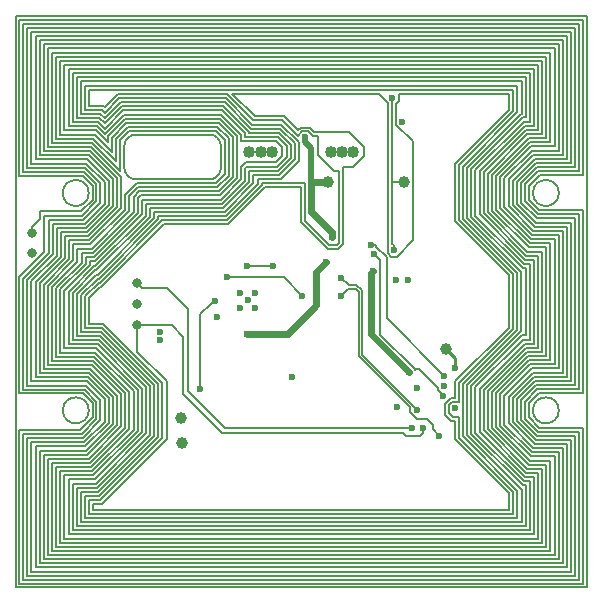
<source format=gbr>
%TF.GenerationSoftware,KiCad,Pcbnew,5.0.2-bee76a0~70~ubuntu18.04.1*%
%TF.CreationDate,2020-02-29T17:16:54-08:00*%
%TF.ProjectId,SolarCellZ_v1,536f6c61-7243-4656-9c6c-5a5f76312e6b,rev?*%
%TF.SameCoordinates,Original*%
%TF.FileFunction,Copper,L5,Inr*%
%TF.FilePolarity,Positive*%
%FSLAX46Y46*%
G04 Gerber Fmt 4.6, Leading zero omitted, Abs format (unit mm)*
G04 Created by KiCad (PCBNEW 5.0.2-bee76a0~70~ubuntu18.04.1) date Sat 29 Feb 2020 05:16:54 PM PST*
%MOMM*%
%LPD*%
G01*
G04 APERTURE LIST*
%ADD10C,0.200000*%
%ADD11C,1.016000*%
%ADD12C,1.000000*%
%ADD13C,0.600000*%
%ADD14C,0.800000*%
%ADD15C,0.609600*%
%ADD16C,0.228600*%
%ADD17C,0.152400*%
%ADD18C,0.190000*%
%ADD19C,0.160000*%
%ADD20C,0.480000*%
%ADD21C,0.127000*%
G04 APERTURE END LIST*
D10*
X136007500Y-73391000D02*
G75*
G03X136007500Y-73391000I-1100000J0D01*
G01*
X96207500Y-73391000D02*
G75*
G03X96207500Y-73391000I-1100000J0D01*
G01*
X107407500Y-52841000D02*
G75*
G02X106407500Y-53841000I-1000000J0D01*
G01*
X100207500Y-53841000D02*
G75*
G02X99207500Y-52841000I0J1000000D01*
G01*
X106407500Y-50041000D02*
G75*
G02X107407500Y-51041000I0J-1000000D01*
G01*
X99207500Y-51041000D02*
G75*
G02X100207500Y-50041000I1000000J0D01*
G01*
X96207500Y-54991000D02*
G75*
G03X96207500Y-54991000I-1100000J0D01*
G01*
X106407500Y-50041000D02*
X100207500Y-50041000D01*
X138407500Y-39991000D02*
X138407500Y-88391000D01*
X138407500Y-88391000D02*
X90007500Y-88391000D01*
X90007500Y-88391000D02*
X90007500Y-39991000D01*
X90007500Y-39991000D02*
X138407500Y-39991000D01*
X100207500Y-53841000D02*
X106407500Y-53841000D01*
X136007500Y-54991000D02*
G75*
G03X136007500Y-54991000I-1100000J0D01*
G01*
X107407500Y-52841000D02*
X107407500Y-51041000D01*
X99207500Y-51041000D02*
X99207500Y-52841000D01*
D11*
X116700000Y-51500000D03*
X117650000Y-51500000D03*
X111700000Y-51500000D03*
X110750000Y-51500000D03*
X118600000Y-51500000D03*
X109800000Y-51500000D03*
D12*
X116459000Y-54038500D03*
X122936000Y-54038500D03*
X126492000Y-68199000D03*
X104013000Y-74041000D03*
X104076500Y-76200000D03*
D13*
X126300000Y-71300000D03*
X124015500Y-71501000D03*
X120268110Y-61604791D03*
X120078500Y-66357500D03*
X127254000Y-69786500D03*
X123317000Y-70167500D03*
X107032512Y-65473693D03*
X109654340Y-64046100D03*
X110253760Y-64708256D03*
X108983760Y-64708256D03*
X110261400Y-63439040D03*
X108983760Y-63463656D03*
X122237500Y-62357000D03*
X123253500Y-62357000D03*
X122301000Y-73088500D03*
X127254000Y-73215500D03*
X113411000Y-70548500D03*
X122750000Y-48950000D03*
X126301500Y-70485000D03*
X120111294Y-59382647D03*
X126238000Y-72150000D03*
X120396000Y-60198000D03*
X121920000Y-46990000D03*
X122050000Y-59850000D03*
X116763500Y-58710000D03*
X114554000Y-50292000D03*
X124015500Y-73406000D03*
X117602000Y-62166500D03*
X116268500Y-60833000D03*
X109644160Y-66892656D03*
X107886500Y-62103000D03*
X114299990Y-63690500D03*
X117602000Y-63690500D03*
X125900000Y-75550000D03*
X109601000Y-61214000D03*
X111783650Y-61214000D03*
X105664000Y-71628000D03*
X106871078Y-64116433D03*
D14*
X91440000Y-58420000D03*
X91440000Y-60071000D03*
X100330000Y-64389000D03*
X100330000Y-62611000D03*
X100330000Y-66167000D03*
D13*
X123571000Y-74866500D03*
X124523500Y-74866500D03*
X102235000Y-67437000D03*
X102235000Y-66802000D03*
D15*
X120078500Y-66357500D02*
X120078500Y-66929000D01*
X120078500Y-66929000D02*
X123317000Y-70167500D01*
D16*
X127254000Y-68961000D02*
X126492000Y-68199000D01*
X127254000Y-69786500D02*
X127254000Y-68961000D01*
D15*
X120078500Y-61794401D02*
X120268110Y-61604791D01*
X120078500Y-66357500D02*
X120078500Y-61794401D01*
D17*
X120524385Y-59382647D02*
X120111294Y-59382647D01*
X126301500Y-70485000D02*
X121424699Y-65608199D01*
D18*
X121424699Y-60454137D02*
X121424699Y-65608199D01*
X120524385Y-59553823D02*
X121424699Y-60454137D01*
X120524385Y-59382647D02*
X120524385Y-59553823D01*
D17*
X123812301Y-69964301D02*
X123812301Y-69929755D01*
X120688099Y-60490099D02*
X120396000Y-60198000D01*
X120891301Y-67008755D02*
X120891301Y-60693301D01*
X123812301Y-69929755D02*
X120891301Y-67008755D01*
X120891301Y-60693301D02*
X120688099Y-60490099D01*
D18*
X125938001Y-71850001D02*
X126238000Y-72150000D01*
X125779499Y-71691499D02*
X125938001Y-71850001D01*
X125779499Y-71529499D02*
X125779499Y-71691499D01*
X124179755Y-69929755D02*
X125779499Y-71529499D01*
X123812301Y-69929755D02*
X124179755Y-69929755D01*
D17*
X122936000Y-54038500D02*
X121920000Y-54038500D01*
X121920000Y-46990000D02*
X121920000Y-54038500D01*
D19*
X121920000Y-59295736D02*
X121920000Y-54038500D01*
X122050000Y-59425736D02*
X121920000Y-59295736D01*
X122050000Y-59850000D02*
X122050000Y-59425736D01*
D15*
X115062000Y-56595409D02*
X115062000Y-54038500D01*
X116763500Y-58710000D02*
X116763500Y-58296909D01*
X116763500Y-58296909D02*
X115062000Y-56595409D01*
X115062000Y-54038500D02*
X116459000Y-54038500D01*
D20*
X115062000Y-51224264D02*
X115062000Y-54038500D01*
X114554000Y-50716264D02*
X115062000Y-51224264D01*
X114554000Y-50292000D02*
X114554000Y-50716264D01*
D21*
X119316511Y-68707011D02*
X124015500Y-73406000D01*
X119316511Y-63246011D02*
X119316511Y-68707011D01*
X118872000Y-62801500D02*
X119316511Y-63246011D01*
X117602000Y-62166500D02*
X118237000Y-62801500D01*
X118237000Y-62801500D02*
X118872000Y-62801500D01*
D15*
X115443000Y-61658500D02*
X115443000Y-64516000D01*
X113066344Y-66892656D02*
X109644160Y-66892656D01*
X116268500Y-60833000D02*
X115443000Y-61658500D01*
X115443000Y-64516000D02*
X113066344Y-66892656D01*
D17*
X107886500Y-62103000D02*
X112712490Y-62103000D01*
X112712490Y-62103000D02*
X114299990Y-63690500D01*
D21*
X124841000Y-74168000D02*
X125349000Y-74676000D01*
X119062500Y-63373000D02*
X119062500Y-68834000D01*
X124015500Y-74168000D02*
X124841000Y-74168000D01*
X117602000Y-63690500D02*
X118173500Y-63119000D01*
X118173500Y-63119000D02*
X118808500Y-63119000D01*
X123380500Y-73533000D02*
X124015500Y-74168000D01*
X118808500Y-63119000D02*
X119062500Y-63373000D01*
X123380500Y-73152000D02*
X123380500Y-73533000D01*
X119062500Y-68834000D02*
X123380500Y-73152000D01*
D19*
X125349000Y-74999000D02*
X125900000Y-75550000D01*
X125349000Y-74676000D02*
X125349000Y-74999000D01*
D17*
X109601000Y-61214000D02*
X111783650Y-61214000D01*
X105664000Y-71628000D02*
X105664000Y-65278000D01*
X106551245Y-64390755D02*
X106590578Y-64390755D01*
X105664000Y-65278000D02*
X106551245Y-64390755D01*
X106590578Y-64390755D02*
X106871078Y-64116433D01*
X106871078Y-64116433D02*
X106872635Y-64108698D01*
D18*
X100330000Y-68480000D02*
X100330000Y-66167000D01*
X102800000Y-75850000D02*
X102800000Y-70950000D01*
X127200000Y-75800000D02*
X131800000Y-80400000D01*
X131750000Y-61950000D02*
X131750000Y-66400000D01*
X127200000Y-52550000D02*
X127200000Y-57400000D01*
X122450000Y-46600000D02*
X131800000Y-46600000D01*
X122450000Y-47232562D02*
X122450000Y-46600000D01*
X122227999Y-47454563D02*
X122450000Y-47232562D01*
X122227999Y-49200561D02*
X122227999Y-47454563D01*
X123658001Y-59014561D02*
X123658001Y-50630563D01*
X121527999Y-60100561D02*
X121799439Y-60372001D01*
X126400000Y-72850000D02*
X126400000Y-73800000D01*
X121527999Y-47370561D02*
X121527999Y-60100561D01*
X120757438Y-46600000D02*
X121527999Y-47370561D01*
X114950000Y-49450000D02*
X114150000Y-49450000D01*
X117750000Y-52750000D02*
X118600000Y-52750000D01*
X117350000Y-59750000D02*
X117750000Y-59350000D01*
X114150000Y-54500000D02*
X114150000Y-57450000D01*
X108000000Y-57650000D02*
X111150000Y-54500000D01*
X97250000Y-62950000D02*
X102550000Y-57650000D01*
X96250000Y-63850000D02*
X97150000Y-62950000D01*
X121799439Y-60372001D02*
X122300561Y-60372001D01*
X96250000Y-66050000D02*
X96250000Y-63850000D01*
X96600000Y-81800000D02*
X96600000Y-81350000D01*
X102450000Y-71050000D02*
X97450000Y-66050000D01*
X132150000Y-82150000D02*
X96250000Y-82150000D01*
X127550000Y-75700000D02*
X132150000Y-80300000D01*
X127550000Y-73950000D02*
X127550000Y-75700000D01*
X126731999Y-73656561D02*
X127025438Y-73950000D01*
X127543499Y-72693499D02*
X127003439Y-72693499D01*
X127550000Y-71050000D02*
X127550000Y-72686998D01*
X132100000Y-61850000D02*
X132100000Y-66500000D01*
X127550000Y-52650000D02*
X127550000Y-57300000D01*
X96250000Y-46250000D02*
X132150000Y-46250000D01*
X96250000Y-47600000D02*
X96250000Y-46250000D01*
X97400000Y-47600000D02*
X96250000Y-47600000D01*
X97550000Y-47750000D02*
X97400000Y-47600000D01*
X113900000Y-50150000D02*
X112600000Y-48850000D01*
X115184562Y-50150000D02*
X114804561Y-49769999D01*
X131750000Y-66400000D02*
X127200000Y-70950000D01*
X117000000Y-53100000D02*
X115650000Y-51750000D01*
X117400000Y-59250000D02*
X117400000Y-53100000D01*
X117250000Y-59400000D02*
X117400000Y-59250000D01*
X114500000Y-57350000D02*
X116550000Y-59400000D01*
X102450000Y-57300000D02*
X107900000Y-57300000D01*
X97150000Y-62600000D02*
X102450000Y-57300000D01*
X95900000Y-63750000D02*
X97050000Y-62600000D01*
X95900000Y-66400000D02*
X95900000Y-63750000D01*
X97350000Y-66400000D02*
X95900000Y-66400000D01*
X102100000Y-71150000D02*
X97350000Y-66400000D01*
X127550000Y-72686998D02*
X127543499Y-72693499D01*
X114500000Y-54150000D02*
X114500000Y-57350000D01*
X97100000Y-80650000D02*
X102100000Y-75650000D01*
X132500000Y-80200000D02*
X132500000Y-82500000D01*
X127200000Y-74300000D02*
X127200000Y-75800000D01*
X132450000Y-61750000D02*
X132450000Y-66600000D01*
X127900000Y-57200000D02*
X132450000Y-61750000D01*
X127900000Y-52750000D02*
X127900000Y-57200000D01*
X132500000Y-45900000D02*
X132500000Y-48150000D01*
X95900000Y-45900000D02*
X132500000Y-45900000D01*
X95900000Y-47950000D02*
X95900000Y-45900000D01*
X97300000Y-47950000D02*
X95900000Y-47950000D01*
X97550000Y-48200000D02*
X97300000Y-47950000D01*
X110050000Y-49200000D02*
X107800000Y-46950000D01*
X97300000Y-81350000D02*
X102800000Y-75850000D01*
X114000000Y-50700000D02*
X112500000Y-49200000D01*
X114000000Y-52250000D02*
X114000000Y-50700000D01*
X95550000Y-66750000D02*
X95550000Y-63650000D01*
X102550000Y-57650000D02*
X108000000Y-57650000D01*
X97250000Y-66750000D02*
X95550000Y-66750000D01*
X101750000Y-75550000D02*
X101750000Y-71250000D01*
X97000000Y-80300000D02*
X101750000Y-75550000D01*
X95550000Y-80300000D02*
X97000000Y-80300000D01*
X95550000Y-82850000D02*
X95550000Y-80300000D01*
X132850000Y-82850000D02*
X95550000Y-82850000D01*
X132800000Y-66700000D02*
X128250000Y-71250000D01*
X132800000Y-61650000D02*
X132800000Y-66700000D01*
X128250000Y-52850000D02*
X128250000Y-57100000D01*
X132800000Y-48300000D02*
X128250000Y-52850000D01*
X132850000Y-48300000D02*
X132800000Y-48300000D01*
X95550000Y-45550000D02*
X132850000Y-45550000D01*
X97550000Y-48650000D02*
X97200000Y-48300000D01*
X98900000Y-47300000D02*
X97550000Y-48650000D01*
X107700000Y-47300000D02*
X98900000Y-47300000D01*
X112400000Y-49550000D02*
X109950000Y-49550000D01*
X131800000Y-47950000D02*
X127200000Y-52550000D01*
X110150000Y-53450000D02*
X112350000Y-53450000D01*
X101750000Y-57100000D02*
X101750000Y-56600000D01*
X96950000Y-61900000D02*
X101750000Y-57100000D01*
X126400000Y-73800000D02*
X126900000Y-74300000D01*
X96850000Y-61900000D02*
X96950000Y-61900000D01*
X97150000Y-67100000D02*
X95200000Y-67100000D01*
X101400000Y-71350000D02*
X97150000Y-67100000D01*
X101400000Y-75450000D02*
X101400000Y-71350000D01*
X96900000Y-79950000D02*
X101400000Y-75450000D01*
X133200000Y-79750000D02*
X133200000Y-83200000D01*
X128600000Y-71350000D02*
X128600000Y-75400000D01*
X132900000Y-67050000D02*
X128600000Y-71350000D01*
X132950000Y-61350000D02*
X133200000Y-61350000D01*
X128600000Y-52950000D02*
X128600000Y-57000000D01*
X132950000Y-48600000D02*
X128600000Y-52950000D01*
X133200000Y-48600000D02*
X132950000Y-48600000D01*
X107800000Y-46950000D02*
X98800000Y-46950000D01*
X133200000Y-45200000D02*
X133200000Y-48600000D01*
X95200000Y-45200000D02*
X133200000Y-45200000D01*
X95200000Y-48650000D02*
X95200000Y-45200000D01*
X97100000Y-48650000D02*
X95200000Y-48650000D01*
X109950000Y-49550000D02*
X107700000Y-47300000D01*
X99000000Y-47650000D02*
X97550000Y-49100000D01*
X109800000Y-49900000D02*
X109800000Y-49850000D01*
X112250000Y-53100000D02*
X113300000Y-52050000D01*
X109800000Y-53100000D02*
X112250000Y-53100000D01*
X109800000Y-54050000D02*
X109800000Y-53100000D01*
X131800000Y-81800000D02*
X96600000Y-81800000D01*
X94850000Y-63450000D02*
X96750000Y-61550000D01*
X94850000Y-67450000D02*
X94850000Y-63450000D01*
X101050000Y-71450000D02*
X97050000Y-67450000D01*
X101050000Y-75350000D02*
X101050000Y-71450000D01*
X96800000Y-79600000D02*
X101050000Y-75350000D01*
X94850000Y-79600000D02*
X96800000Y-79600000D01*
X107900000Y-46600000D02*
X98700000Y-46600000D01*
X94850000Y-83550000D02*
X94850000Y-79600000D01*
X133550000Y-83550000D02*
X94850000Y-83550000D01*
X133050000Y-79400000D02*
X133550000Y-79400000D01*
X128950000Y-75300000D02*
X133050000Y-79400000D01*
X128950000Y-71450000D02*
X128950000Y-75300000D01*
X133000000Y-67400000D02*
X128950000Y-71450000D01*
X95550000Y-63650000D02*
X96950000Y-62250000D01*
X133550000Y-61000000D02*
X133550000Y-67400000D01*
X128950000Y-53050000D02*
X128950000Y-56900000D01*
X133050000Y-48950000D02*
X128950000Y-53050000D01*
X133550000Y-48950000D02*
X133050000Y-48950000D01*
X133550000Y-44850000D02*
X133550000Y-48950000D01*
X112700000Y-48500000D02*
X110250000Y-48500000D01*
X126731999Y-72964939D02*
X126731999Y-73656561D01*
X97550000Y-49550000D02*
X97000000Y-49000000D01*
X99100000Y-48000000D02*
X97550000Y-49550000D01*
X107500000Y-48000000D02*
X99100000Y-48000000D01*
X126900000Y-72350000D02*
X126400000Y-72850000D01*
X109450000Y-49950000D02*
X107500000Y-48000000D01*
X95200000Y-67100000D02*
X95200000Y-63550000D01*
X109450000Y-50250000D02*
X109450000Y-49950000D01*
X112200000Y-50250000D02*
X109450000Y-50250000D01*
X133200000Y-67050000D02*
X132900000Y-67050000D01*
X112950000Y-51000000D02*
X112200000Y-50250000D01*
X112950000Y-51950000D02*
X112950000Y-51000000D01*
X109450000Y-52900000D02*
X109600000Y-52750000D01*
X107500000Y-55900000D02*
X109450000Y-53950000D01*
X107600000Y-56250000D02*
X109800000Y-54050000D01*
X101050000Y-55900000D02*
X107500000Y-55900000D01*
X102100000Y-57200000D02*
X102100000Y-56950000D01*
X101050000Y-56900000D02*
X101050000Y-55900000D01*
X96650000Y-61200000D02*
X96750000Y-61200000D01*
X94500000Y-63350000D02*
X96650000Y-61200000D01*
X94850000Y-44850000D02*
X133550000Y-44850000D01*
X96950000Y-67800000D02*
X94500000Y-67800000D01*
X100700000Y-71550000D02*
X96950000Y-67800000D01*
X94500000Y-79250000D02*
X96700000Y-79250000D01*
X133900000Y-83900000D02*
X94500000Y-83900000D01*
X133150000Y-79050000D02*
X133900000Y-79050000D01*
X129300000Y-75200000D02*
X133150000Y-79050000D01*
X133100000Y-67750000D02*
X129300000Y-71550000D01*
X133150000Y-49300000D02*
X129300000Y-53150000D01*
X133900000Y-44500000D02*
X133900000Y-49300000D01*
X96850000Y-61550000D02*
X101400000Y-57000000D01*
X97550000Y-50000000D02*
X96900000Y-49350000D01*
X99200000Y-48350000D02*
X97550000Y-50000000D01*
X123658001Y-50630563D02*
X122227999Y-49200561D01*
X133550000Y-79400000D02*
X133550000Y-83550000D01*
X107400000Y-48350000D02*
X99200000Y-48350000D01*
X112100000Y-50600000D02*
X109100000Y-50600000D01*
X112600000Y-51850000D02*
X112600000Y-51100000D01*
X112050000Y-52400000D02*
X112600000Y-51850000D01*
X109100000Y-52800000D02*
X109500000Y-52400000D01*
X107400000Y-55550000D02*
X109100000Y-53850000D01*
X127200000Y-72350000D02*
X126900000Y-72350000D01*
X100700000Y-56800000D02*
X100700000Y-55550000D01*
X137050000Y-52450000D02*
X134050000Y-52450000D01*
X96300000Y-60750000D02*
X96750000Y-60750000D01*
X102800000Y-70950000D02*
X100330000Y-68480000D01*
X100700000Y-75250000D02*
X100700000Y-71550000D01*
X94150000Y-63250000D02*
X96300000Y-61100000D01*
X137050000Y-75900000D02*
X137050000Y-87050000D01*
X94150000Y-68150000D02*
X94150000Y-63250000D01*
X109500000Y-52400000D02*
X112050000Y-52400000D01*
X100350000Y-71650000D02*
X96850000Y-68150000D01*
X129650000Y-75100000D02*
X133250000Y-78700000D01*
X133200000Y-68100000D02*
X129650000Y-71650000D01*
X127900000Y-71150000D02*
X127900000Y-75600000D01*
X133850000Y-58200000D02*
X136350000Y-58200000D01*
X134250000Y-60300000D02*
X134250000Y-68100000D01*
X95200000Y-83200000D02*
X95200000Y-79950000D01*
X132100000Y-72350000D02*
X132100000Y-74400000D01*
X129650000Y-53250000D02*
X129650000Y-56700000D01*
X93450000Y-50400000D02*
X93450000Y-43450000D01*
X96300000Y-61100000D02*
X96300000Y-60750000D01*
X134600000Y-84600000D02*
X93800000Y-84600000D01*
X134250000Y-44150000D02*
X134250000Y-49650000D01*
X94150000Y-44150000D02*
X134250000Y-44150000D01*
X95900000Y-80650000D02*
X97100000Y-80650000D01*
X113650000Y-52150000D02*
X113650000Y-50800000D01*
X97550000Y-49100000D02*
X97100000Y-48650000D01*
X109100000Y-53850000D02*
X109100000Y-52800000D01*
X90650000Y-53200000D02*
X90650000Y-40650000D01*
X94150000Y-49700000D02*
X94150000Y-44150000D01*
X97800000Y-50200000D02*
X97800000Y-50700000D01*
X96532312Y-55581178D02*
X96532312Y-54400821D01*
X99300000Y-48700000D02*
X97800000Y-50200000D01*
X114150000Y-57450000D02*
X116450000Y-59750000D01*
X92400000Y-51450000D02*
X92400000Y-42400000D01*
X108750000Y-50150000D02*
X107300000Y-48700000D01*
X98600000Y-53750000D02*
X96300000Y-51450000D01*
X100600000Y-55200000D02*
X107300000Y-55200000D01*
X97450000Y-66050000D02*
X96250000Y-66050000D01*
X90650000Y-71650000D02*
X90650000Y-62250000D01*
X93800000Y-63150000D02*
X95950000Y-61000000D01*
X93500000Y-60300000D02*
X93500000Y-57950000D01*
X96750000Y-68500000D02*
X93800000Y-68500000D01*
X133200000Y-83200000D02*
X95200000Y-83200000D01*
X100000000Y-71750000D02*
X96750000Y-68500000D01*
X132850000Y-45550000D02*
X132850000Y-48300000D01*
X100000000Y-75050000D02*
X100000000Y-71750000D01*
X133350000Y-78350000D02*
X134600000Y-78350000D01*
X134600000Y-68450000D02*
X133300000Y-68450000D01*
X134600000Y-59950000D02*
X134600000Y-68450000D01*
X93800000Y-50050000D02*
X93800000Y-43800000D01*
X112350000Y-53450000D02*
X113650000Y-52150000D01*
X94150000Y-78900000D02*
X96600000Y-78900000D01*
X119500000Y-51100000D02*
X118200000Y-49800000D01*
X132850000Y-80100000D02*
X132850000Y-82850000D01*
X98150000Y-50300000D02*
X98150000Y-51500000D01*
X99400000Y-49050000D02*
X98150000Y-50300000D01*
X112300000Y-49900000D02*
X109800000Y-49900000D01*
X107100000Y-49400000D02*
X99500000Y-49400000D01*
X107300000Y-48700000D02*
X99300000Y-48700000D01*
X91350000Y-52500000D02*
X91350000Y-41350000D01*
X108400000Y-50250000D02*
X107200000Y-49050000D01*
X107700000Y-56600000D02*
X110150000Y-54150000D01*
X93100000Y-77850000D02*
X96300000Y-77850000D01*
X107200000Y-54850000D02*
X108400000Y-53650000D01*
X99300000Y-71950000D02*
X96550000Y-69200000D01*
X100500000Y-54850000D02*
X107200000Y-54850000D01*
X129300000Y-53150000D02*
X129300000Y-56800000D01*
X100000000Y-56600000D02*
X100000000Y-55350000D01*
X96550000Y-60050000D02*
X100000000Y-56600000D01*
X95600000Y-60050000D02*
X96550000Y-60050000D01*
X93450000Y-63050000D02*
X95600000Y-60900000D01*
X132150000Y-80300000D02*
X132150000Y-82150000D01*
X100400000Y-54500000D02*
X107100000Y-54500000D01*
X96650000Y-68850000D02*
X93450000Y-68850000D01*
X96400000Y-78200000D02*
X99650000Y-74950000D01*
X101750000Y-56600000D02*
X107700000Y-56600000D01*
X93100000Y-85300000D02*
X93100000Y-77850000D01*
X93450000Y-78200000D02*
X96400000Y-78200000D01*
X134950000Y-50350000D02*
X133450000Y-50350000D01*
X130000000Y-75000000D02*
X133350000Y-78350000D01*
X130000000Y-53350000D02*
X130000000Y-56600000D01*
X134950000Y-84950000D02*
X93450000Y-84950000D01*
X98500000Y-50400000D02*
X98500000Y-52300000D01*
X134950000Y-78000000D02*
X134950000Y-84950000D01*
X133400000Y-68800000D02*
X130350000Y-71850000D01*
X96850000Y-68150000D02*
X94150000Y-68150000D01*
X92050000Y-62650000D02*
X94200000Y-60500000D01*
X134950000Y-59600000D02*
X134950000Y-68800000D01*
X96800000Y-49700000D02*
X94150000Y-49700000D01*
X97800000Y-50700000D02*
X96800000Y-49700000D01*
X133450000Y-59600000D02*
X134950000Y-59600000D01*
X133900000Y-49300000D02*
X133150000Y-49300000D01*
X96200000Y-77500000D02*
X98950000Y-74750000D01*
X133450000Y-50350000D02*
X130350000Y-53450000D01*
X127003439Y-72693499D02*
X126731999Y-72964939D01*
X96750000Y-61550000D02*
X96850000Y-61550000D01*
X130000000Y-71750000D02*
X130000000Y-75000000D01*
X136700000Y-41700000D02*
X136700000Y-52100000D01*
X134950000Y-43450000D02*
X134950000Y-50350000D01*
X112450000Y-53800000D02*
X114000000Y-52250000D01*
X133550000Y-67400000D02*
X133000000Y-67400000D01*
X107200000Y-49050000D02*
X99400000Y-49050000D01*
X99500000Y-49400000D02*
X98500000Y-50400000D01*
X102100000Y-75650000D02*
X102100000Y-71150000D01*
X108050000Y-50350000D02*
X107100000Y-49400000D01*
X96450000Y-59700000D02*
X99650000Y-56500000D01*
X93100000Y-69200000D02*
X93100000Y-62950000D01*
X95600000Y-60900000D02*
X95600000Y-60050000D01*
X96300000Y-77850000D02*
X99300000Y-74850000D01*
X96700000Y-79250000D02*
X100700000Y-75250000D01*
X135300000Y-85300000D02*
X93100000Y-85300000D01*
X127200000Y-70950000D02*
X127200000Y-72350000D01*
X133550000Y-77650000D02*
X135300000Y-77650000D01*
X96500000Y-78550000D02*
X100000000Y-75050000D01*
X137400000Y-71250000D02*
X134100000Y-71250000D01*
X130700000Y-71950000D02*
X130700000Y-74800000D01*
X130000000Y-56600000D02*
X133350000Y-59950000D01*
X91000000Y-62350000D02*
X93150000Y-60200000D01*
X135300000Y-77650000D02*
X135300000Y-85300000D01*
X128250000Y-71250000D02*
X128250000Y-75500000D01*
X133500000Y-69150000D02*
X130700000Y-71950000D01*
X134250000Y-68100000D02*
X133200000Y-68100000D01*
X135300000Y-59250000D02*
X135300000Y-69150000D01*
X108350000Y-46600000D02*
X120757438Y-46600000D01*
X113900000Y-49700000D02*
X112700000Y-48500000D01*
X133550000Y-59250000D02*
X135300000Y-59250000D01*
X107600000Y-47650000D02*
X99000000Y-47650000D01*
X133550000Y-50700000D02*
X130700000Y-53550000D01*
X96750000Y-60750000D02*
X100700000Y-56800000D01*
X135300000Y-43100000D02*
X135300000Y-50700000D01*
X93100000Y-50750000D02*
X93100000Y-43100000D01*
X96300000Y-51450000D02*
X92400000Y-51450000D01*
X96500000Y-50750000D02*
X93100000Y-50750000D01*
X98850000Y-50519028D02*
X98850000Y-53100000D01*
X132800000Y-72550000D02*
X132800000Y-74200000D01*
X96000000Y-52500000D02*
X91350000Y-52500000D01*
X99650038Y-49718990D02*
X98850000Y-50519028D01*
X112600000Y-48850000D02*
X110150000Y-48850000D01*
X108050000Y-53550000D02*
X108050000Y-50350000D01*
X109100000Y-50050000D02*
X107400000Y-48350000D01*
X107733137Y-50487166D02*
X106964961Y-49718990D01*
X100286990Y-54163010D02*
X106964960Y-54163010D01*
X102450000Y-75750000D02*
X102450000Y-71050000D01*
X92450000Y-56900000D02*
X95650000Y-56900000D01*
X99300000Y-55150000D02*
X100286990Y-54163010D01*
X134250000Y-84250000D02*
X94150000Y-84250000D01*
X133450000Y-78000000D02*
X134950000Y-78000000D01*
X100000000Y-55350000D02*
X100500000Y-54850000D01*
X94550000Y-59000000D02*
X96250000Y-59000000D01*
X99300000Y-56400000D02*
X99300000Y-55150000D01*
X96350000Y-59350000D02*
X99300000Y-56400000D01*
X99300000Y-74850000D02*
X99300000Y-71950000D01*
X94900000Y-59350000D02*
X96350000Y-59350000D01*
X96250000Y-81000000D02*
X97200000Y-81000000D01*
X94900000Y-60700000D02*
X94900000Y-59350000D01*
X130350000Y-74900000D02*
X133450000Y-78000000D01*
X106964960Y-54163010D02*
X107733137Y-53394833D01*
X116550000Y-59400000D02*
X117250000Y-59400000D01*
X92750000Y-69550000D02*
X92750000Y-62850000D01*
X95250000Y-59700000D02*
X96450000Y-59700000D01*
X96450000Y-69550000D02*
X92750000Y-69550000D01*
X95950000Y-71300000D02*
X91000000Y-71300000D01*
X107100000Y-54500000D02*
X108050000Y-53550000D01*
X98950000Y-72050000D02*
X96450000Y-69550000D01*
X92750000Y-77500000D02*
X96200000Y-77500000D01*
X132800000Y-55800000D02*
X134150000Y-57150000D01*
X135650000Y-85650000D02*
X92750000Y-85650000D01*
X135650000Y-77300000D02*
X135650000Y-85650000D01*
X127900000Y-75600000D02*
X132500000Y-80200000D01*
X133650000Y-77300000D02*
X135650000Y-77300000D01*
X134250000Y-49650000D02*
X133250000Y-49650000D01*
X127025438Y-73950000D02*
X127550000Y-73950000D01*
X131050000Y-74700000D02*
X133650000Y-77300000D01*
X98700000Y-46600000D02*
X97550000Y-47750000D01*
X93850000Y-60400000D02*
X93850000Y-58300000D01*
X131050000Y-72050000D02*
X131050000Y-74700000D01*
X108750000Y-53750000D02*
X108750000Y-50150000D01*
X133600000Y-69500000D02*
X131050000Y-72050000D01*
X118200000Y-49800000D02*
X115300000Y-49800000D01*
X129650000Y-71650000D02*
X129650000Y-75100000D01*
X106964961Y-49718990D02*
X99650038Y-49718990D01*
X96050000Y-70950000D02*
X91350000Y-70950000D01*
X135650000Y-58900000D02*
X135650000Y-69500000D01*
X108400000Y-53650000D02*
X108400000Y-50250000D01*
X133650000Y-58900000D02*
X135650000Y-58900000D01*
X133650000Y-51050000D02*
X131050000Y-53650000D01*
X127550000Y-57300000D02*
X132100000Y-61850000D01*
X134600000Y-50000000D02*
X133350000Y-50000000D01*
X95900000Y-76450000D02*
X97900000Y-74450000D01*
X135650000Y-51050000D02*
X133650000Y-51050000D01*
X110250000Y-48500000D02*
X108350000Y-46600000D01*
X133700000Y-69850000D02*
X131400000Y-72150000D01*
X133250000Y-49650000D02*
X129650000Y-53250000D01*
X133150000Y-55700000D02*
X134250000Y-56800000D01*
X92750000Y-42750000D02*
X135650000Y-42750000D01*
X132450000Y-55900000D02*
X134050000Y-57500000D01*
X92750000Y-51100000D02*
X92750000Y-42750000D01*
X118600000Y-52750000D02*
X119500000Y-51850000D01*
X110850000Y-54150000D02*
X114500000Y-54150000D01*
X94850000Y-49000000D02*
X94850000Y-44850000D01*
X137050000Y-57500000D02*
X137050000Y-70900000D01*
X96400000Y-51100000D02*
X92750000Y-51100000D01*
X96250000Y-59000000D02*
X98950000Y-56300000D01*
X134600000Y-78350000D02*
X134600000Y-84600000D01*
X94550000Y-60600000D02*
X94550000Y-59000000D01*
X109800000Y-49850000D02*
X107600000Y-47650000D01*
X93500000Y-57950000D02*
X95950000Y-57950000D01*
X92400000Y-62750000D02*
X94550000Y-60600000D01*
X132150000Y-46250000D02*
X132150000Y-48050000D01*
X98600000Y-72150000D02*
X96350000Y-69900000D01*
X98600000Y-74650000D02*
X98600000Y-72150000D01*
X96100000Y-77150000D02*
X98600000Y-74650000D01*
X97150000Y-62950000D02*
X97250000Y-62950000D01*
X107300000Y-55200000D02*
X108750000Y-53750000D01*
X131050000Y-53650000D02*
X131050000Y-56300000D01*
X92400000Y-77150000D02*
X96100000Y-77150000D01*
X92400000Y-86000000D02*
X92400000Y-77150000D01*
X101400000Y-56250000D02*
X107600000Y-56250000D01*
X136000000Y-86000000D02*
X92400000Y-86000000D01*
X126900000Y-74300000D02*
X127200000Y-74300000D01*
X136000000Y-76950000D02*
X136000000Y-86000000D01*
X131400000Y-74600000D02*
X133750000Y-76950000D01*
X133900000Y-60650000D02*
X133900000Y-67750000D01*
X96600000Y-78900000D02*
X100350000Y-75150000D01*
X131400000Y-72150000D02*
X131400000Y-74600000D01*
X98950000Y-74750000D02*
X98950000Y-72050000D01*
X131800000Y-46600000D02*
X131800000Y-47950000D01*
X136000000Y-69850000D02*
X133700000Y-69850000D01*
X90329510Y-62120490D02*
X92450000Y-60000000D01*
X136000000Y-58550000D02*
X136000000Y-69850000D01*
X109100000Y-50600000D02*
X109100000Y-50050000D01*
X112600000Y-51100000D02*
X112100000Y-50600000D01*
X97550000Y-54050000D02*
X96000000Y-52500000D01*
X131400000Y-56200000D02*
X133750000Y-58550000D01*
X136000000Y-42400000D02*
X136000000Y-51400000D01*
X92400000Y-42400000D02*
X136000000Y-42400000D01*
X99650000Y-56500000D02*
X99650000Y-55250000D01*
X98250000Y-72250000D02*
X96250000Y-70250000D01*
X137400000Y-52800000D02*
X134150000Y-52800000D01*
X98250000Y-74550000D02*
X98250000Y-72250000D01*
X112150000Y-52750000D02*
X112950000Y-51950000D01*
X138085490Y-53500000D02*
X134383508Y-53500000D01*
X138085490Y-88068990D02*
X90329510Y-88068990D01*
X92050000Y-76800000D02*
X96000000Y-76800000D01*
X92050000Y-86350000D02*
X92050000Y-76800000D01*
X92800000Y-57250000D02*
X95750000Y-57250000D01*
X133900000Y-67750000D02*
X133100000Y-67750000D01*
X136350000Y-86350000D02*
X92050000Y-86350000D01*
X131750000Y-72250000D02*
X131750000Y-74500000D01*
X135300000Y-50700000D02*
X133550000Y-50700000D01*
X133800000Y-70200000D02*
X131750000Y-72250000D01*
X96850000Y-54250000D02*
X95800000Y-53200000D01*
X131750000Y-53850000D02*
X131750000Y-56100000D01*
X133482687Y-55581178D02*
X134351509Y-56450000D01*
X131750000Y-56100000D02*
X133850000Y-58200000D01*
X107900000Y-57300000D02*
X110850000Y-54350000D01*
X133850000Y-51750000D02*
X131750000Y-53850000D01*
X114804561Y-49769999D02*
X114280001Y-49769999D01*
X136700000Y-76250000D02*
X136700000Y-86700000D01*
X136700000Y-70550000D02*
X133900000Y-70550000D01*
X95800000Y-53200000D02*
X90650000Y-53200000D01*
X110150000Y-48850000D02*
X107900000Y-46600000D01*
X132450000Y-66600000D02*
X127900000Y-71150000D01*
X128950000Y-56900000D02*
X133050000Y-61000000D01*
X96150000Y-58650000D02*
X98600000Y-56200000D01*
X130350000Y-71850000D02*
X130350000Y-74900000D01*
X96850000Y-74150000D02*
X96850000Y-72650000D01*
X128600000Y-57000000D02*
X132950000Y-61350000D01*
X136350000Y-42050000D02*
X136350000Y-51750000D01*
X92050000Y-42050000D02*
X136350000Y-42050000D01*
X96200000Y-51800000D02*
X92050000Y-51800000D01*
X93450000Y-84950000D02*
X93450000Y-78200000D01*
X134050000Y-75900000D02*
X137050000Y-75900000D01*
X116450000Y-59750000D02*
X117350000Y-59750000D01*
X99650000Y-74950000D02*
X99650000Y-71850000D01*
X98250000Y-53850000D02*
X96200000Y-51800000D01*
X136000000Y-51400000D02*
X133750000Y-51400000D01*
X98150000Y-51500000D02*
X96700000Y-50050000D01*
X98950000Y-53650000D02*
X96400000Y-51100000D01*
X98250000Y-56100000D02*
X98250000Y-53850000D01*
X127200000Y-57400000D02*
X131750000Y-61950000D01*
X137750000Y-53150000D02*
X134250000Y-53150000D01*
X100350000Y-55450000D02*
X100600000Y-55200000D01*
X132100000Y-56000000D02*
X133950000Y-57850000D01*
X98600000Y-56200000D02*
X98600000Y-53750000D01*
X135650000Y-69500000D02*
X133600000Y-69500000D01*
X107733137Y-53394833D02*
X107733137Y-50487166D01*
X96532312Y-73981178D02*
X96532312Y-72800821D01*
X97550000Y-74350000D02*
X97550000Y-72450000D01*
X101400000Y-57000000D02*
X101400000Y-56250000D01*
X134600000Y-43800000D02*
X134600000Y-50000000D01*
X91700000Y-70600000D02*
X91700000Y-62550000D01*
X113300000Y-52050000D02*
X113300000Y-50900000D01*
X136350000Y-58200000D02*
X136350000Y-70200000D01*
X97900000Y-74450000D02*
X97900000Y-72350000D01*
X133750000Y-76950000D02*
X136000000Y-76950000D01*
X91700000Y-76450000D02*
X95900000Y-76450000D01*
X112500000Y-49200000D02*
X110050000Y-49200000D01*
X136700000Y-86700000D02*
X91700000Y-86700000D01*
X128250000Y-57100000D02*
X132800000Y-61650000D01*
X129300000Y-56800000D02*
X133150000Y-60650000D01*
X92050000Y-70250000D02*
X92050000Y-62650000D01*
X133950000Y-76250000D02*
X136700000Y-76250000D01*
X132100000Y-74400000D02*
X133950000Y-76250000D01*
X93800000Y-43800000D02*
X134600000Y-43800000D01*
X96700000Y-50050000D02*
X93800000Y-50050000D01*
X95563490Y-56550000D02*
X96532312Y-55581178D01*
X133850000Y-76600000D02*
X136350000Y-76600000D01*
X95600000Y-75400000D02*
X96850000Y-74150000D01*
X96050000Y-58300000D02*
X98250000Y-56100000D01*
X115650000Y-51750000D02*
X115650000Y-50150000D01*
X96750000Y-61200000D02*
X101050000Y-56900000D01*
X129300000Y-71550000D02*
X129300000Y-75200000D01*
X93450000Y-43450000D02*
X134950000Y-43450000D01*
X94150000Y-84250000D02*
X94150000Y-78900000D01*
X134250000Y-56800000D02*
X137750000Y-56800000D01*
X96850000Y-55700000D02*
X96850000Y-54250000D01*
X95950000Y-60400000D02*
X96650000Y-60400000D01*
X131750000Y-74500000D02*
X133850000Y-76600000D01*
X91350000Y-62450000D02*
X93500000Y-60300000D01*
X96600000Y-81350000D02*
X97300000Y-81350000D01*
X133950000Y-52100000D02*
X132100000Y-53950000D01*
X93800000Y-78550000D02*
X96500000Y-78550000D01*
X137400000Y-57150000D02*
X137400000Y-71250000D01*
X133300000Y-68450000D02*
X130000000Y-71750000D01*
X96100000Y-52150000D02*
X91700000Y-52150000D01*
X97900000Y-53950000D02*
X96100000Y-52150000D01*
X97900000Y-56000000D02*
X97900000Y-53950000D01*
X93800000Y-84600000D02*
X93800000Y-78550000D01*
X95950000Y-57950000D02*
X97900000Y-56000000D01*
X100350000Y-56700000D02*
X100350000Y-55450000D01*
X93150000Y-60200000D02*
X93150000Y-57600000D01*
X91350000Y-70950000D02*
X91350000Y-62450000D01*
X133150000Y-74100000D02*
X134250000Y-75200000D01*
X91700000Y-41700000D02*
X136700000Y-41700000D01*
X97550000Y-72450000D02*
X96050000Y-70950000D01*
X101750000Y-71250000D02*
X97250000Y-66750000D01*
X95550000Y-48300000D02*
X95550000Y-45550000D01*
X133750000Y-51400000D02*
X131400000Y-53750000D01*
X91000000Y-71300000D02*
X91000000Y-62350000D01*
X91700000Y-52150000D02*
X91700000Y-41700000D01*
X134950000Y-68800000D02*
X133400000Y-68800000D01*
X130700000Y-74800000D02*
X133550000Y-77650000D01*
X130700000Y-56400000D02*
X133550000Y-59250000D01*
X95800000Y-76100000D02*
X97550000Y-74350000D01*
X90650000Y-40650000D02*
X137750000Y-40650000D01*
X136700000Y-52100000D02*
X133950000Y-52100000D01*
X91350000Y-76100000D02*
X95800000Y-76100000D01*
X94200000Y-58650000D02*
X96150000Y-58650000D01*
X96350000Y-69900000D02*
X92400000Y-69900000D01*
X129650000Y-56700000D02*
X133250000Y-60300000D01*
X132100000Y-53950000D02*
X132100000Y-56000000D01*
X97050000Y-62250000D02*
X102100000Y-57200000D01*
X96950000Y-62250000D02*
X97050000Y-62250000D01*
X131050000Y-56300000D02*
X133650000Y-58900000D01*
X97200000Y-81000000D02*
X102450000Y-75750000D01*
X136350000Y-51750000D02*
X133850000Y-51750000D01*
X132450000Y-74300000D02*
X134050000Y-75900000D01*
X132450000Y-72450000D02*
X132450000Y-74300000D01*
X115300000Y-49800000D02*
X114950000Y-49450000D01*
X91350000Y-87050000D02*
X91350000Y-76100000D01*
X137050000Y-70900000D02*
X134000000Y-70900000D01*
X134050000Y-57500000D02*
X137050000Y-57500000D01*
X132450000Y-54050000D02*
X132450000Y-55900000D01*
X99650000Y-71850000D02*
X96650000Y-68850000D01*
X135650000Y-42750000D02*
X135650000Y-51050000D01*
X137050000Y-41350000D02*
X137050000Y-52450000D01*
X97050000Y-62600000D02*
X97150000Y-62600000D01*
X132500000Y-48150000D02*
X127900000Y-52750000D01*
X134383508Y-53500000D02*
X133482687Y-54400821D01*
X95850000Y-71650000D02*
X90650000Y-71650000D01*
X133250000Y-60300000D02*
X134250000Y-60300000D01*
X93850000Y-58300000D02*
X96050000Y-58300000D01*
X110850000Y-54350000D02*
X110850000Y-54150000D01*
X90339754Y-71960246D02*
X90329510Y-71950002D01*
X132500000Y-82500000D02*
X95900000Y-82500000D01*
X133482687Y-73981178D02*
X134351509Y-74850000D01*
X93150000Y-57600000D02*
X95850000Y-57600000D01*
X107800000Y-56950000D02*
X110500000Y-54250000D01*
X94500000Y-67800000D02*
X94500000Y-63350000D01*
X136700000Y-57850000D02*
X136700000Y-70550000D01*
X134351509Y-74850000D02*
X138085490Y-74850000D01*
X95700000Y-75750000D02*
X97200000Y-74250000D01*
X137400000Y-87400000D02*
X91000000Y-87400000D01*
X119500000Y-51850000D02*
X119500000Y-51100000D01*
X130350000Y-53450000D02*
X130350000Y-56500000D01*
X133150000Y-60650000D02*
X133900000Y-60650000D01*
X94200000Y-60500000D02*
X94200000Y-58650000D01*
X137400000Y-75550000D02*
X137400000Y-87400000D01*
X114280001Y-49769999D02*
X113900000Y-50150000D01*
X130350000Y-56500000D02*
X133450000Y-59600000D01*
X134100000Y-71250000D02*
X132800000Y-72550000D01*
X122300561Y-60372001D02*
X123658001Y-59014561D01*
X91000000Y-75750000D02*
X95700000Y-75750000D01*
X95681491Y-53550000D02*
X90329510Y-53550000D01*
X137400000Y-41000000D02*
X137400000Y-52800000D01*
X100350000Y-75150000D02*
X100350000Y-71650000D01*
X135300000Y-69150000D02*
X133500000Y-69150000D01*
X115650000Y-50150000D02*
X115184562Y-50150000D01*
X90329510Y-71950002D02*
X90329510Y-62120490D01*
X97200000Y-72550000D02*
X95950000Y-71300000D01*
X109450000Y-53950000D02*
X109450000Y-52900000D01*
X92450000Y-60000000D02*
X92450000Y-56900000D01*
X91440000Y-58420000D02*
X91440000Y-57854315D01*
X91000000Y-52850000D02*
X91000000Y-41000000D01*
X97200000Y-54150000D02*
X95900000Y-52850000D01*
X133900000Y-70550000D02*
X132100000Y-72350000D01*
X90650000Y-75400000D02*
X95600000Y-75400000D01*
X97200000Y-48300000D02*
X95550000Y-48300000D01*
X97200000Y-55800000D02*
X97200000Y-54150000D01*
X134250000Y-78700000D02*
X134250000Y-84250000D01*
X133250000Y-78700000D02*
X134250000Y-78700000D01*
X138085490Y-56450000D02*
X138085490Y-71950000D01*
X134150000Y-52800000D02*
X132800000Y-54150000D01*
X91700000Y-86700000D02*
X91700000Y-76450000D01*
X94500000Y-44500000D02*
X133900000Y-44500000D01*
X137050000Y-87050000D02*
X91350000Y-87050000D01*
X111150000Y-54500000D02*
X114150000Y-54500000D01*
X132150000Y-48050000D02*
X127550000Y-52650000D01*
X96900000Y-49350000D02*
X94500000Y-49350000D01*
X96850000Y-72650000D02*
X95850000Y-71650000D01*
X95200000Y-63550000D02*
X96850000Y-61900000D01*
X92100000Y-56550000D02*
X95563490Y-56550000D01*
X95463490Y-75050000D02*
X96532312Y-73981178D01*
X133350000Y-59950000D02*
X134600000Y-59950000D01*
X92800000Y-60100000D02*
X92800000Y-57250000D01*
X132800000Y-74200000D02*
X134150000Y-75550000D01*
X96650000Y-60400000D02*
X100350000Y-56700000D01*
X137750000Y-75200000D02*
X137750000Y-87750000D01*
X97000000Y-49000000D02*
X94850000Y-49000000D01*
X131400000Y-53750000D02*
X131400000Y-56200000D01*
X93100000Y-62950000D02*
X95250000Y-60800000D01*
X96600000Y-50400000D02*
X93450000Y-50400000D01*
X117400000Y-53100000D02*
X117000000Y-53100000D01*
X133750000Y-58550000D02*
X136000000Y-58550000D01*
X95900000Y-82500000D02*
X95900000Y-80650000D01*
X134250000Y-75200000D02*
X137750000Y-75200000D01*
X128250000Y-75500000D02*
X132850000Y-80100000D01*
X132800000Y-54150000D02*
X132800000Y-55800000D01*
X131800000Y-80400000D02*
X131800000Y-81800000D01*
X91700000Y-62550000D02*
X93850000Y-60400000D01*
X134000000Y-70900000D02*
X132450000Y-72450000D01*
X93100000Y-43100000D02*
X135300000Y-43100000D01*
X133150000Y-72650000D02*
X133150000Y-74100000D01*
X137750000Y-71600000D02*
X134200000Y-71600000D01*
X91000000Y-87400000D02*
X91000000Y-75750000D01*
X92750000Y-62850000D02*
X94900000Y-60700000D01*
X95900000Y-52850000D02*
X91000000Y-52850000D01*
X137750000Y-40650000D02*
X137750000Y-53150000D01*
X133150000Y-54250000D02*
X133150000Y-55700000D01*
X113300000Y-50900000D02*
X112300000Y-49900000D01*
X96532312Y-72800821D02*
X95691737Y-71960246D01*
X92750000Y-85650000D02*
X92750000Y-77500000D01*
X136350000Y-70200000D02*
X133800000Y-70200000D01*
X128600000Y-75400000D02*
X132950000Y-79750000D01*
X96550000Y-69200000D02*
X93100000Y-69200000D01*
X137750000Y-56800000D02*
X137750000Y-71600000D01*
X93800000Y-68500000D02*
X93800000Y-63150000D01*
X90650000Y-87750000D02*
X90650000Y-75400000D01*
X99650000Y-55250000D02*
X100400000Y-54500000D01*
X95691737Y-71960246D02*
X90339754Y-71960246D01*
X134333508Y-71950000D02*
X133482687Y-72800821D01*
X97550000Y-55900000D02*
X97550000Y-54050000D01*
X92050000Y-51800000D02*
X92050000Y-42050000D01*
X132100000Y-66500000D02*
X127550000Y-71050000D01*
X95250000Y-60800000D02*
X95250000Y-59700000D01*
X109600000Y-52750000D02*
X112150000Y-52750000D01*
X92400000Y-69900000D02*
X92400000Y-62750000D01*
X134150000Y-75550000D02*
X137400000Y-75550000D01*
X130700000Y-53550000D02*
X130700000Y-56400000D01*
X94500000Y-49350000D02*
X94500000Y-44500000D01*
X98850000Y-53100000D02*
X96500000Y-50750000D01*
X134250000Y-53150000D02*
X133150000Y-54250000D01*
X110500000Y-54250000D02*
X110500000Y-53800000D01*
X90329510Y-75050000D02*
X95463490Y-75050000D01*
X134200000Y-71600000D02*
X133150000Y-72650000D01*
X94500000Y-83900000D02*
X94500000Y-79250000D01*
X90329510Y-53550000D02*
X90329510Y-40313010D01*
X97900000Y-72350000D02*
X96150000Y-70600000D01*
X96150000Y-70600000D02*
X91700000Y-70600000D01*
X113650000Y-50800000D02*
X112400000Y-49550000D01*
X136350000Y-76600000D02*
X136350000Y-86350000D01*
X95200000Y-79950000D02*
X96900000Y-79950000D01*
X133200000Y-61350000D02*
X133200000Y-67050000D01*
X97050000Y-67450000D02*
X94850000Y-67450000D01*
X91350000Y-41350000D02*
X137050000Y-41350000D01*
X133482687Y-72800821D02*
X133482687Y-73981178D01*
X134150000Y-57150000D02*
X137400000Y-57150000D01*
X133900000Y-79050000D02*
X133900000Y-83900000D01*
X96532312Y-54400821D02*
X95681491Y-53550000D01*
X132950000Y-79750000D02*
X133200000Y-79750000D01*
X95850000Y-57600000D02*
X97550000Y-55900000D01*
X133050000Y-61000000D02*
X133550000Y-61000000D01*
X96000000Y-76800000D02*
X98250000Y-74550000D01*
X95950000Y-61000000D02*
X95950000Y-60400000D01*
X96250000Y-70250000D02*
X92050000Y-70250000D01*
X138085490Y-40313010D02*
X138085490Y-53500000D01*
X138085490Y-71950000D02*
X134333508Y-71950000D01*
X100700000Y-55550000D02*
X107400000Y-55550000D01*
X134351509Y-56450000D02*
X138085490Y-56450000D01*
X134050000Y-52450000D02*
X132450000Y-54050000D01*
X90329510Y-40313010D02*
X138085490Y-40313010D01*
X97200000Y-74250000D02*
X97200000Y-72550000D01*
X138085490Y-74850000D02*
X138085490Y-88068990D01*
X91440000Y-57854315D02*
X92100000Y-57194315D01*
X110150000Y-54150000D02*
X110150000Y-53450000D01*
X95750000Y-57250000D02*
X97200000Y-55800000D01*
X117750000Y-59350000D02*
X117750000Y-52750000D01*
X90650000Y-62250000D02*
X92800000Y-60100000D01*
X114150000Y-49450000D02*
X113900000Y-49700000D01*
X98800000Y-46950000D02*
X97550000Y-48200000D01*
X133482687Y-54400821D02*
X133482687Y-55581178D01*
X102100000Y-56950000D02*
X107800000Y-56950000D01*
X133350000Y-50000000D02*
X130000000Y-53350000D01*
X110500000Y-53800000D02*
X112450000Y-53800000D01*
X90329510Y-88068990D02*
X90329510Y-75050000D01*
X95650000Y-56900000D02*
X96850000Y-55700000D01*
X91000000Y-41000000D02*
X137400000Y-41000000D01*
X92100000Y-57194315D02*
X92100000Y-56550000D01*
X133950000Y-57850000D02*
X136700000Y-57850000D01*
X93450000Y-68850000D02*
X93450000Y-63050000D01*
X96250000Y-82150000D02*
X96250000Y-81000000D01*
X98500000Y-52300000D02*
X96600000Y-50400000D01*
X98950000Y-56300000D02*
X98950000Y-53650000D01*
X137750000Y-87750000D02*
X90650000Y-87750000D01*
X100729999Y-63010999D02*
X102810999Y-63010999D01*
X100330000Y-62611000D02*
X100729999Y-63010999D01*
X102810999Y-63010999D02*
X104650000Y-64850000D01*
X104650000Y-64850000D02*
X104650000Y-71750000D01*
X107766500Y-74866500D02*
X123571000Y-74866500D01*
X104650000Y-71750000D02*
X107766500Y-74866500D01*
X123100000Y-75600000D02*
X124250000Y-75600000D01*
X103217000Y-66167000D02*
X104200000Y-67150000D01*
X124523500Y-75326500D02*
X124523500Y-74866500D01*
X104200000Y-67150000D02*
X104200000Y-72050000D01*
X104200000Y-72050000D02*
X107450000Y-75300000D01*
X124250000Y-75600000D02*
X124523500Y-75326500D01*
X100330000Y-66167000D02*
X103217000Y-66167000D01*
X107450000Y-75300000D02*
X122800000Y-75300000D01*
X122800000Y-75300000D02*
X123100000Y-75600000D01*
M02*

</source>
